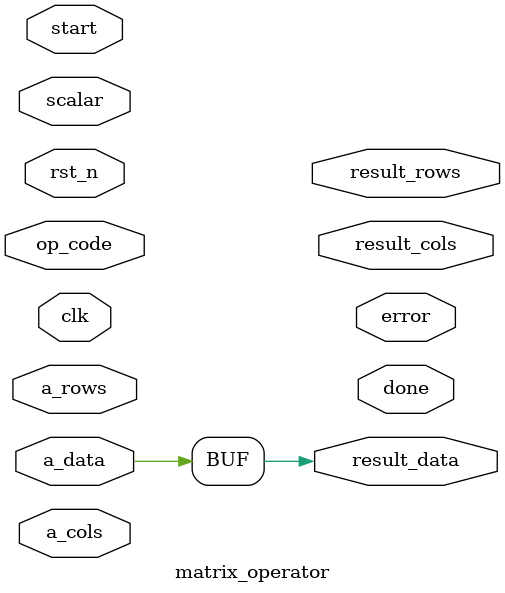
<source format=v>
module matrix_operator(
        input  wire        clk,
        input  wire        rst_n,
        input  wire        start,        // 开始运算
        input  wire [2:0]  op_code,      // 运算码
        // 矩阵A输入
        input  wire [2:0]  a_rows,
        input  wire [2:0]  a_cols,
        input  wire a_data,
        // 矩阵B输入（可选）
        // input  wire [2:0]  b_rows,
        // input  wire [2:0]  b_cols,
        // input  wire [3:0]  b_data [0:4][0:4],
        // 标量输入（可选）
        input  wire [3:0]  scalar,
        // 结果输出
        output wire [2:0]  result_rows,
        output wire [2:0]  result_cols,
        output wire result_data,
        output wire        done,         // 运算完成
        output wire        error         // 运算错误
    );
    assign result_data = a_data;
endmodule

</source>
